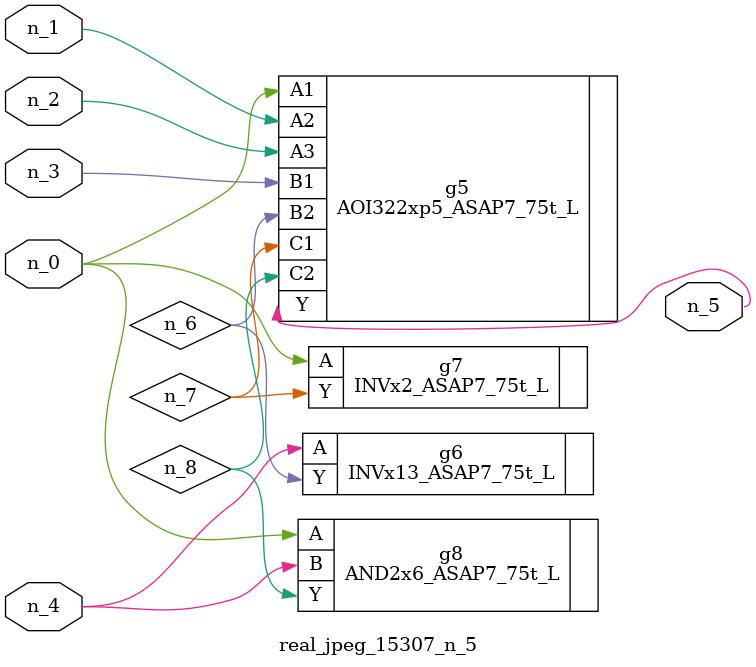
<source format=v>
module real_jpeg_15307_n_5 (n_4, n_0, n_1, n_2, n_3, n_5);

input n_4;
input n_0;
input n_1;
input n_2;
input n_3;

output n_5;

wire n_8;
wire n_6;
wire n_7;

AOI322xp5_ASAP7_75t_L g5 ( 
.A1(n_0),
.A2(n_1),
.A3(n_2),
.B1(n_3),
.B2(n_6),
.C1(n_7),
.C2(n_8),
.Y(n_5)
);

INVx2_ASAP7_75t_L g7 ( 
.A(n_0),
.Y(n_7)
);

AND2x6_ASAP7_75t_L g8 ( 
.A(n_0),
.B(n_4),
.Y(n_8)
);

INVx13_ASAP7_75t_L g6 ( 
.A(n_4),
.Y(n_6)
);


endmodule
</source>
